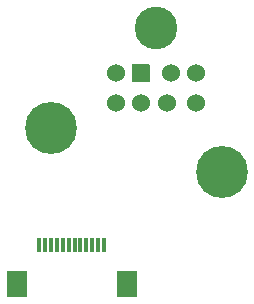
<source format=gbr>
%TF.GenerationSoftware,KiCad,Pcbnew,5.1.12-84ad8e8a86~92~ubuntu20.04.1*%
%TF.CreationDate,2021-12-06T23:40:28-06:00*%
%TF.ProjectId,portboard_dt,706f7274-626f-4617-9264-5f64742e6b69,rev?*%
%TF.SameCoordinates,Original*%
%TF.FileFunction,Soldermask,Top*%
%TF.FilePolarity,Negative*%
%FSLAX46Y46*%
G04 Gerber Fmt 4.6, Leading zero omitted, Abs format (unit mm)*
G04 Created by KiCad (PCBNEW 5.1.12-84ad8e8a86~92~ubuntu20.04.1) date 2021-12-06 23:40:28*
%MOMM*%
%LPD*%
G01*
G04 APERTURE LIST*
%ADD10C,3.601600*%
%ADD11C,1.524000*%
%ADD12R,0.300000X1.300000*%
%ADD13R,1.800000X2.200000*%
%ADD14C,4.400000*%
G04 APERTURE END LIST*
D10*
%TO.C,J2*%
X115874800Y-70104000D03*
D11*
X117174800Y-73904000D03*
G36*
G01*
X113812800Y-74615200D02*
X113812800Y-73192800D01*
G75*
G02*
X113863600Y-73142000I50800J0D01*
G01*
X115286000Y-73142000D01*
G75*
G02*
X115336800Y-73192800I0J-50800D01*
G01*
X115336800Y-74615200D01*
G75*
G02*
X115286000Y-74666000I-50800J0D01*
G01*
X113863600Y-74666000D01*
G75*
G02*
X113812800Y-74615200I0J50800D01*
G01*
G37*
X112474800Y-73904000D03*
X119274800Y-73904000D03*
X119274800Y-76404000D03*
X112474800Y-76404000D03*
X114574800Y-76404000D03*
X116774800Y-76404000D03*
%TD*%
D12*
%TO.C,J1*%
X111487400Y-88472400D03*
X110987400Y-88472400D03*
X110487400Y-88472400D03*
X109987400Y-88472400D03*
X109487400Y-88472400D03*
X108987400Y-88472400D03*
X108487400Y-88472400D03*
X107987400Y-88472400D03*
X107487400Y-88472400D03*
X106987400Y-88472400D03*
X106487400Y-88472400D03*
X105987400Y-88472400D03*
D13*
X104087400Y-91722400D03*
X113387400Y-91722400D03*
%TD*%
D14*
%TO.C,H2*%
X121477900Y-82261400D03*
%TD*%
%TO.C,H1*%
X106977920Y-78501400D03*
%TD*%
M02*

</source>
